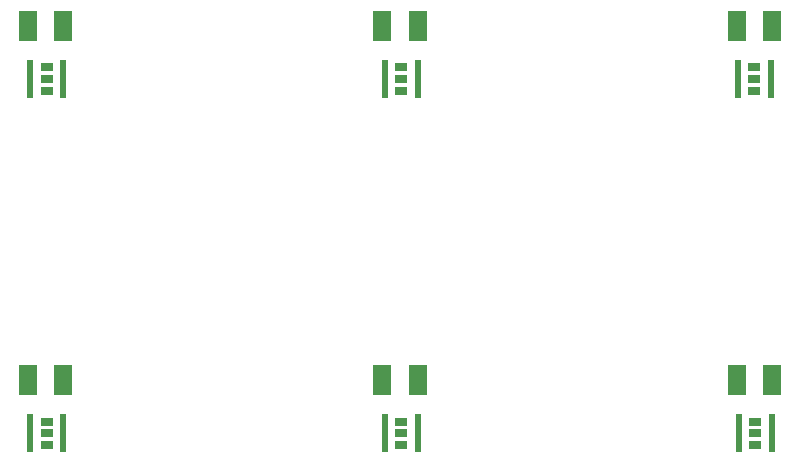
<source format=gbr>
%TF.GenerationSoftware,KiCad,Pcbnew,7.0.9-7.0.9~ubuntu22.04.1*%
%TF.CreationDate,2023-12-20T21:39:59+00:00*%
%TF.ProjectId,green_uv_led_pcb,67726565-6e5f-4757-965f-6c65645f7063,rev?*%
%TF.SameCoordinates,Original*%
%TF.FileFunction,Paste,Top*%
%TF.FilePolarity,Positive*%
%FSLAX46Y46*%
G04 Gerber Fmt 4.6, Leading zero omitted, Abs format (unit mm)*
G04 Created by KiCad (PCBNEW 7.0.9-7.0.9~ubuntu22.04.1) date 2023-12-20 21:39:59*
%MOMM*%
%LPD*%
G01*
G04 APERTURE LIST*
%ADD10R,1.500000X2.600000*%
%ADD11R,1.010000X0.750000*%
%ADD12R,0.500000X3.300000*%
G04 APERTURE END LIST*
D10*
%TO.C,D10*%
X141500000Y-107000000D03*
X138500000Y-107000000D03*
%TD*%
D11*
%TO.C,D6*%
X140100000Y-82500000D03*
X140100000Y-81500000D03*
X140100000Y-80500000D03*
D12*
X141500000Y-81500000D03*
X138700000Y-81500000D03*
%TD*%
D11*
%TO.C,D7*%
X170000000Y-82500000D03*
X170000000Y-81500000D03*
X170000000Y-80500000D03*
D12*
X171400000Y-81500000D03*
X168600000Y-81500000D03*
%TD*%
D10*
%TO.C,D3*%
X171500000Y-77000000D03*
X168500000Y-77000000D03*
%TD*%
D11*
%TO.C,D14*%
X140100000Y-112500000D03*
X140100000Y-111500000D03*
X140100000Y-110500000D03*
D12*
X141500000Y-111500000D03*
X138700000Y-111500000D03*
%TD*%
D10*
%TO.C,D11*%
X171500000Y-107000000D03*
X168500000Y-107000000D03*
%TD*%
%TO.C,D2*%
X141500000Y-77000000D03*
X138500000Y-77000000D03*
%TD*%
%TO.C,D9*%
X111500000Y-107000000D03*
X108500000Y-107000000D03*
%TD*%
%TO.C,D1*%
X111500000Y-77000000D03*
X108500000Y-77000000D03*
%TD*%
D11*
%TO.C,D5*%
X110100000Y-82500000D03*
X110100000Y-81500000D03*
X110100000Y-80500000D03*
D12*
X111500000Y-81500000D03*
X108700000Y-81500000D03*
%TD*%
D11*
%TO.C,D13*%
X110100000Y-112500000D03*
X110100000Y-111500000D03*
X110100000Y-110500000D03*
D12*
X111500000Y-111500000D03*
X108700000Y-111500000D03*
%TD*%
D11*
%TO.C,D15*%
X170100000Y-112500000D03*
X170100000Y-111500000D03*
X170100000Y-110500000D03*
D12*
X171500000Y-111500000D03*
X168700000Y-111500000D03*
%TD*%
M02*

</source>
